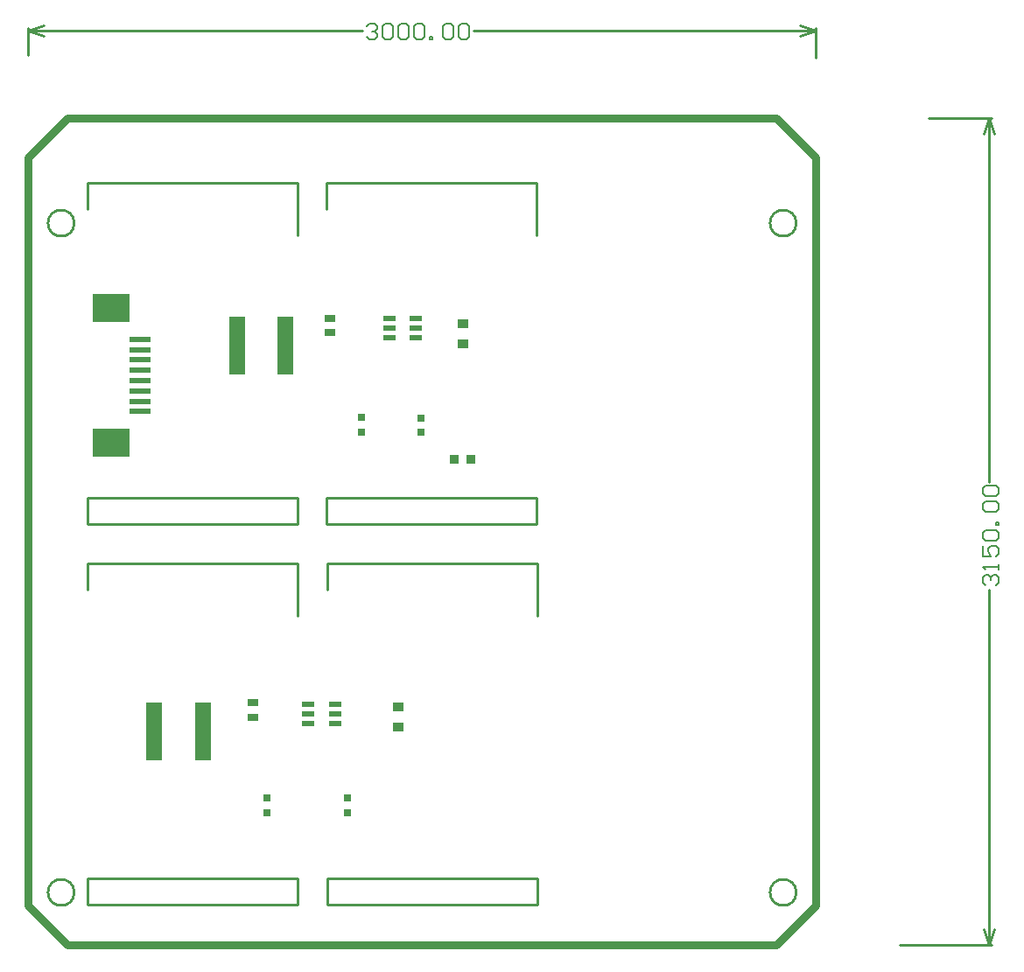
<source format=gbp>
G04*
G04 #@! TF.GenerationSoftware,Altium Limited,Altium Designer,22.9.1 (49)*
G04*
G04 Layer_Color=128*
%FSLAX24Y24*%
%MOIN*%
G70*
G04*
G04 #@! TF.SameCoordinates,10C0EDED-7795-41B1-8CC0-87200EC90710*
G04*
G04*
G04 #@! TF.FilePolarity,Positive*
G04*
G01*
G75*
%ADD12C,0.0100*%
%ADD14C,0.0300*%
%ADD15C,0.0060*%
%ADD17R,0.0354X0.0374*%
%ADD37R,0.1417X0.1055*%
%ADD38R,0.0787X0.0240*%
%ADD39R,0.0276X0.0276*%
%ADD40R,0.0453X0.0236*%
%ADD41R,0.0630X0.2244*%
%ADD42R,0.0390X0.0307*%
%ADD43R,0.0398X0.0339*%
D12*
X29250Y2000D02*
G03*
X29250Y2000I-500J0D01*
G01*
Y27500D02*
G03*
X29250Y27500I-500J0D01*
G01*
X1750Y2000D02*
G03*
X1750Y2000I-500J0D01*
G01*
Y27500D02*
G03*
X1750Y27500I-500J0D01*
G01*
X2250Y1550D02*
X10250D01*
Y2550D01*
X2250D02*
X10250D01*
X2250Y1550D02*
Y2550D01*
X10250Y12550D02*
Y14550D01*
X3250D02*
X10250D01*
X2250Y13550D02*
Y14550D01*
X3250D01*
X2250Y29050D02*
X3250D01*
X2250Y28050D02*
Y29050D01*
X3250D02*
X10250D01*
Y27050D02*
Y29050D01*
X2250Y16050D02*
Y17050D01*
X10250D01*
Y16050D02*
Y17050D01*
X2250Y16050D02*
X10250D01*
X11400Y1550D02*
X19400D01*
Y2550D01*
X11400D02*
X19400D01*
X11400Y1550D02*
Y2550D01*
X19400Y12550D02*
Y14550D01*
X12400D02*
X19400D01*
X11400Y13550D02*
Y14550D01*
X12400D01*
X11350Y16050D02*
X19350D01*
Y17050D01*
X11350D02*
X19350D01*
X11350Y16050D02*
Y17050D01*
X19350Y27050D02*
Y29050D01*
X12350D02*
X19350D01*
X11350Y28050D02*
Y29050D01*
X12350D01*
X0Y34850D02*
X600Y35050D01*
X0Y34850D02*
X600Y34650D01*
X29400D02*
X30000Y34850D01*
X29400Y35050D02*
X30000Y34850D01*
X0D02*
X12731D01*
X16949D02*
X30000D01*
X0Y33900D02*
Y34950D01*
X30000Y33800D02*
Y34950D01*
X36400Y600D02*
X36600Y0D01*
X36800Y600D01*
X36600Y31500D02*
X36800Y30900D01*
X36400D02*
X36600Y31500D01*
Y0D02*
Y13531D01*
Y17649D02*
Y31500D01*
X33200Y0D02*
X36700D01*
X34300Y31500D02*
X36700D01*
D14*
X30000Y1500D02*
Y30000D01*
X1500Y31500D02*
X28500D01*
X30000Y30000D01*
X-0D02*
X0Y1500D01*
Y30000D02*
X1500Y31500D01*
X28500Y0D02*
X30000Y1500D01*
X0D02*
X1500Y0D01*
X28500D01*
D15*
X12891Y34990D02*
X12991Y35090D01*
X13191D01*
X13290Y34990D01*
Y34890D01*
X13191Y34790D01*
X13091D01*
X13191D01*
X13290Y34690D01*
Y34590D01*
X13191Y34490D01*
X12991D01*
X12891Y34590D01*
X13490Y34990D02*
X13590Y35090D01*
X13790D01*
X13890Y34990D01*
Y34590D01*
X13790Y34490D01*
X13590D01*
X13490Y34590D01*
Y34990D01*
X14090D02*
X14190Y35090D01*
X14390D01*
X14490Y34990D01*
Y34590D01*
X14390Y34490D01*
X14190D01*
X14090Y34590D01*
Y34990D01*
X14690D02*
X14790Y35090D01*
X14990D01*
X15090Y34990D01*
Y34590D01*
X14990Y34490D01*
X14790D01*
X14690Y34590D01*
Y34990D01*
X15290Y34490D02*
Y34590D01*
X15390D01*
Y34490D01*
X15290D01*
X15790Y34990D02*
X15890Y35090D01*
X16090D01*
X16190Y34990D01*
Y34590D01*
X16090Y34490D01*
X15890D01*
X15790Y34590D01*
Y34990D01*
X16389D02*
X16489Y35090D01*
X16689D01*
X16789Y34990D01*
Y34590D01*
X16689Y34490D01*
X16489D01*
X16389Y34590D01*
Y34990D01*
X36460Y13691D02*
X36360Y13791D01*
Y13991D01*
X36460Y14090D01*
X36560D01*
X36660Y13991D01*
Y13891D01*
Y13991D01*
X36760Y14090D01*
X36860D01*
X36960Y13991D01*
Y13791D01*
X36860Y13691D01*
X36960Y14290D02*
Y14490D01*
Y14390D01*
X36360D01*
X36460Y14290D01*
X36360Y15190D02*
Y14790D01*
X36660D01*
X36560Y14990D01*
Y15090D01*
X36660Y15190D01*
X36860D01*
X36960Y15090D01*
Y14890D01*
X36860Y14790D01*
X36460Y15390D02*
X36360Y15490D01*
Y15690D01*
X36460Y15790D01*
X36860D01*
X36960Y15690D01*
Y15490D01*
X36860Y15390D01*
X36460D01*
X36960Y15990D02*
X36860D01*
Y16090D01*
X36960D01*
Y15990D01*
X36460Y16490D02*
X36360Y16590D01*
Y16790D01*
X36460Y16890D01*
X36860D01*
X36960Y16790D01*
Y16590D01*
X36860Y16490D01*
X36460D01*
Y17090D02*
X36360Y17189D01*
Y17389D01*
X36460Y17489D01*
X36860D01*
X36960Y17389D01*
Y17189D01*
X36860Y17090D01*
X36460D01*
D17*
X16235Y18500D02*
D03*
X16865D02*
D03*
D37*
X3157Y24255D02*
D03*
Y19145D02*
D03*
D38*
X4260Y23078D02*
D03*
Y22684D02*
D03*
Y22291D02*
D03*
Y21897D02*
D03*
Y21503D02*
D03*
Y21109D02*
D03*
Y20716D02*
D03*
Y20322D02*
D03*
D39*
X9100Y5049D02*
D03*
Y5600D02*
D03*
X12150Y5049D02*
D03*
Y5600D02*
D03*
X12700Y19549D02*
D03*
Y20100D02*
D03*
X14950Y19524D02*
D03*
Y20076D02*
D03*
D40*
X10650Y9174D02*
D03*
Y8800D02*
D03*
Y8426D02*
D03*
X11674D02*
D03*
Y8800D02*
D03*
Y9174D02*
D03*
X13738Y23874D02*
D03*
Y23500D02*
D03*
Y23126D02*
D03*
X14762D02*
D03*
Y23500D02*
D03*
Y23874D02*
D03*
D41*
X6650Y8150D02*
D03*
X4800D02*
D03*
X9800Y22850D02*
D03*
X7950D02*
D03*
D42*
X8550Y8674D02*
D03*
Y9226D02*
D03*
X11500Y23324D02*
D03*
Y23876D02*
D03*
D43*
X14100Y9084D02*
D03*
Y8316D02*
D03*
X16550Y23684D02*
D03*
Y22916D02*
D03*
M02*

</source>
